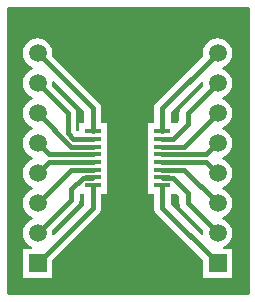
<source format=gtl>
%FSLAX25Y25*%
%MOIN*%
G70*
G01*
G75*
G04 Layer_Physical_Order=1*
G04 Layer_Color=255*
%ADD10R,0.05512X0.01772*%
%ADD11C,0.01575*%
%ADD12C,0.01000*%
%ADD13R,0.05906X0.05906*%
%ADD14C,0.05906*%
G36*
X510000Y305000D02*
X510000Y305000D01*
X430000D01*
Y400000D01*
X430000Y400000D01*
X510000D01*
Y305000D01*
D02*
G37*
%LPC*%
G36*
X500000Y389964D02*
X498715Y389795D01*
X497518Y389299D01*
X496490Y388510D01*
X495701Y387482D01*
X495205Y386285D01*
X495036Y385000D01*
X495156Y384087D01*
X479649Y368580D01*
X479207Y368004D01*
X478929Y367334D01*
X478834Y366614D01*
Y361811D01*
X476890D01*
Y356102D01*
Y353543D01*
Y350984D01*
Y348425D01*
Y345866D01*
Y343307D01*
Y340748D01*
Y338189D01*
X478834D01*
Y333386D01*
X478929Y332666D01*
X479207Y331996D01*
X479649Y331420D01*
X495079Y315990D01*
Y310079D01*
X504921D01*
Y319921D01*
X501905D01*
X501806Y320421D01*
X502482Y320701D01*
X503510Y321490D01*
X504299Y322518D01*
X504795Y323715D01*
X504964Y325000D01*
X504795Y326285D01*
X504299Y327482D01*
X503510Y328510D01*
X502482Y329299D01*
X501408Y329743D01*
X501408Y329744D01*
Y330256D01*
X501408Y330257D01*
X502482Y330701D01*
X503510Y331490D01*
X504299Y332518D01*
X504795Y333715D01*
X504964Y335000D01*
X504795Y336285D01*
X504299Y337482D01*
X503510Y338510D01*
X502482Y339299D01*
X501408Y339743D01*
X501408Y339744D01*
Y340256D01*
X501408Y340257D01*
X502482Y340701D01*
X503510Y341490D01*
X504299Y342518D01*
X504795Y343715D01*
X504964Y345000D01*
X504795Y346285D01*
X504299Y347482D01*
X503510Y348510D01*
X502482Y349299D01*
X501408Y349743D01*
X501408Y349744D01*
Y350256D01*
X501408Y350257D01*
X502482Y350701D01*
X503510Y351490D01*
X504299Y352518D01*
X504795Y353715D01*
X504964Y355000D01*
X504795Y356285D01*
X504299Y357482D01*
X503510Y358510D01*
X502482Y359299D01*
X501408Y359743D01*
X501408Y359744D01*
Y360256D01*
X501408Y360257D01*
X502482Y360701D01*
X503510Y361490D01*
X504299Y362518D01*
X504795Y363715D01*
X504964Y365000D01*
X504795Y366285D01*
X504299Y367482D01*
X503510Y368510D01*
X502482Y369299D01*
X501408Y369743D01*
X501408Y369744D01*
Y370256D01*
X501408Y370257D01*
X502482Y370701D01*
X503510Y371490D01*
X504299Y372518D01*
X504795Y373715D01*
X504964Y375000D01*
X504795Y376285D01*
X504299Y377482D01*
X503510Y378510D01*
X502482Y379299D01*
X501408Y379743D01*
X501408Y379744D01*
Y380256D01*
X501408Y380257D01*
X502482Y380701D01*
X503510Y381490D01*
X504299Y382518D01*
X504795Y383715D01*
X504964Y385000D01*
X504795Y386285D01*
X504299Y387482D01*
X503510Y388510D01*
X502482Y389299D01*
X501285Y389795D01*
X500000Y389964D01*
D02*
G37*
G36*
X440000D02*
X438715Y389795D01*
X437518Y389299D01*
X436490Y388510D01*
X435701Y387482D01*
X435205Y386285D01*
X435036Y385000D01*
X435205Y383715D01*
X435701Y382518D01*
X436490Y381490D01*
X437518Y380701D01*
X438592Y380257D01*
X438592Y380256D01*
Y379744D01*
X438592Y379743D01*
X437518Y379299D01*
X436490Y378510D01*
X435701Y377482D01*
X435205Y376285D01*
X435036Y375000D01*
X435205Y373715D01*
X435701Y372518D01*
X436490Y371490D01*
X437518Y370701D01*
X438592Y370257D01*
X438592Y370256D01*
Y369744D01*
X438592Y369743D01*
X437518Y369299D01*
X436490Y368510D01*
X435701Y367482D01*
X435205Y366285D01*
X435036Y365000D01*
X435205Y363715D01*
X435701Y362518D01*
X436490Y361490D01*
X437518Y360701D01*
X438592Y360257D01*
X438592Y360256D01*
Y359744D01*
X438592Y359743D01*
X437518Y359299D01*
X436490Y358510D01*
X435701Y357482D01*
X435205Y356285D01*
X435036Y355000D01*
X435205Y353715D01*
X435701Y352518D01*
X436490Y351490D01*
X437518Y350701D01*
X438592Y350257D01*
X438592Y350256D01*
Y349744D01*
X438592Y349743D01*
X437518Y349299D01*
X436490Y348510D01*
X435701Y347482D01*
X435205Y346285D01*
X435036Y345000D01*
X435205Y343715D01*
X435701Y342518D01*
X436490Y341490D01*
X437518Y340701D01*
X438592Y340257D01*
X438592Y340256D01*
Y339744D01*
X438592Y339743D01*
X437518Y339299D01*
X436490Y338510D01*
X435701Y337482D01*
X435205Y336285D01*
X435036Y335000D01*
X435205Y333715D01*
X435701Y332518D01*
X436490Y331490D01*
X437518Y330701D01*
X438592Y330257D01*
X438592Y330256D01*
Y329744D01*
X438592Y329743D01*
X437518Y329299D01*
X436490Y328510D01*
X435701Y327482D01*
X435205Y326285D01*
X435036Y325000D01*
X435205Y323715D01*
X435701Y322518D01*
X436490Y321490D01*
X437518Y320701D01*
X438194Y320421D01*
X438095Y319921D01*
X435079D01*
Y310079D01*
X444921D01*
Y315990D01*
X460351Y331420D01*
X460793Y331996D01*
X461071Y332666D01*
X461166Y333386D01*
Y338189D01*
X463110D01*
Y340748D01*
Y343307D01*
Y345866D01*
Y348425D01*
Y353543D01*
Y356102D01*
Y361811D01*
X461166D01*
Y366614D01*
X461071Y367334D01*
X460793Y368004D01*
X460351Y368580D01*
X444844Y384087D01*
X444964Y385000D01*
X444795Y386285D01*
X444299Y387482D01*
X443510Y388510D01*
X442482Y389299D01*
X441285Y389795D01*
X440000Y389964D01*
D02*
G37*
%LPD*%
G36*
X486339Y338189D02*
Y338189D01*
X486700Y337895D01*
X487220Y337375D01*
Y335000D01*
X487315Y334281D01*
X487593Y333610D01*
X488034Y333034D01*
X495156Y325912D01*
X495036Y325000D01*
X495102Y324498D01*
X494654Y324277D01*
X484394Y334537D01*
Y338189D01*
X486339D01*
X486339Y338189D01*
D02*
G37*
G36*
X495102Y375502D02*
X495036Y375000D01*
X495156Y374088D01*
X488034Y366966D01*
X487593Y366390D01*
X487315Y365719D01*
X487220Y365000D01*
Y362625D01*
X486698Y362103D01*
X486339Y361811D01*
Y361811D01*
X486339Y361811D01*
X484394D01*
Y365463D01*
X494654Y375723D01*
X495102Y375502D01*
D02*
G37*
G36*
X455606Y365463D02*
Y361811D01*
X453661D01*
Y359252D01*
Y359177D01*
X453094D01*
X452780Y359492D01*
Y365000D01*
X452685Y365719D01*
X452407Y366390D01*
X451966Y366966D01*
X444844Y374088D01*
X444964Y375000D01*
X444898Y375502D01*
X445346Y375723D01*
X455606Y365463D01*
D02*
G37*
G36*
Y334537D02*
X445346Y324277D01*
X444898Y324498D01*
X444964Y325000D01*
X444844Y325912D01*
X453199Y334268D01*
X453641Y334843D01*
X453918Y335514D01*
X454013Y336233D01*
Y338189D01*
X455606D01*
Y334537D01*
D02*
G37*
D10*
X458386Y358957D02*
D03*
Y356398D02*
D03*
Y353839D02*
D03*
Y351279D02*
D03*
Y348721D02*
D03*
Y346161D02*
D03*
Y343602D02*
D03*
Y341043D02*
D03*
X481614Y358957D02*
D03*
Y356398D02*
D03*
Y353839D02*
D03*
Y351279D02*
D03*
Y348721D02*
D03*
Y346161D02*
D03*
Y343602D02*
D03*
Y341043D02*
D03*
D11*
Y333386D02*
X500000Y315000D01*
X481614Y333386D02*
Y341043D01*
X490000Y335000D02*
X500000Y325000D01*
X490000Y335000D02*
Y338526D01*
X485022Y343504D02*
X490000Y338526D01*
X481713Y343504D02*
X485022D01*
X481614Y343602D02*
X481713Y343504D01*
X481614Y366614D02*
X500000Y385000D01*
X481614Y358957D02*
Y366614D01*
X490000Y365000D02*
X500000Y375000D01*
X490000Y361474D02*
Y365000D01*
X485022Y356496D02*
X490000Y361474D01*
X481713Y356496D02*
X485022D01*
X481614Y356398D02*
X481713Y356496D01*
X488839Y353839D02*
X500000Y365000D01*
X481614Y353839D02*
X488839D01*
X488839Y346161D02*
X500000Y335000D01*
X481614Y346161D02*
X488839D01*
X496279Y348721D02*
X500000Y345000D01*
X481614Y348721D02*
X496279D01*
X496279Y351279D02*
X500000Y355000D01*
X481614Y351279D02*
X496279D01*
X450000Y358341D02*
X451943Y356398D01*
X450000Y358341D02*
Y365000D01*
X451943Y356398D02*
X458386D01*
X440000Y375000D02*
X450000Y365000D01*
X451161Y353839D02*
X458386D01*
X440000Y365000D02*
X451161Y353839D01*
X451233Y339759D02*
X454978Y343504D01*
X451233Y336233D02*
Y339759D01*
X458386Y333386D02*
Y341043D01*
X440000Y315000D02*
X458386Y333386D01*
X440000Y325000D02*
X451233Y336233D01*
X454978Y343504D02*
X458287D01*
X458386Y343602D01*
X440000Y335000D02*
X451161Y346161D01*
X458386D01*
X440000Y345000D02*
X443720Y348721D01*
X458386D01*
X440000Y345000D02*
X441295D01*
X440000Y355000D02*
X443720Y351279D01*
X458386D01*
Y359071D02*
Y366614D01*
X440000Y385000D02*
X458386Y366614D01*
D12*
X430000Y400000D02*
X510000D01*
Y305000D02*
Y400000D01*
X430000Y305000D02*
X510000D01*
X430000Y305000D02*
X430000Y305000D01*
X430000Y305000D02*
Y400000D01*
D13*
X500000Y315000D02*
D03*
X440000D02*
D03*
D14*
X500000Y325000D02*
D03*
Y335000D02*
D03*
Y345000D02*
D03*
Y355000D02*
D03*
Y365000D02*
D03*
Y375000D02*
D03*
Y385000D02*
D03*
X440000Y325000D02*
D03*
Y335000D02*
D03*
Y345000D02*
D03*
Y355000D02*
D03*
Y365000D02*
D03*
Y375000D02*
D03*
Y385000D02*
D03*
M02*

</source>
